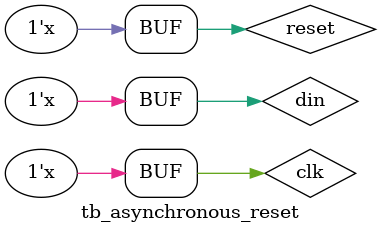
<source format=v>
`timescale 1ns / 1ps


module tb_asynchronous_reset();
    reg clk;
    reg din;
    reg reset;
    wire dout;
    
    asynchronous_reset asyn(
    .clk(clk),
    .reset(reset),
    .din(din),
    .dout(dout)
    );
    
    
    always #10 clk = ~clk;
    always #20 reset = ~reset;
    always #30 din = ~din;
    
    initial begin
        clk = 0;
        reset = 0;
        din = 0;
    end
    
    initial begin
        $monitor("%t | clk : %b | reset : %b | din : %b  | dout :%b ", $time, clk , reset, din, dout );
    end
    
    
    
    
endmodule

</source>
